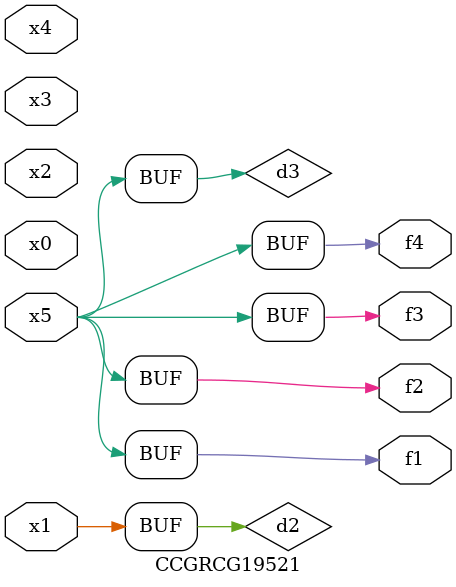
<source format=v>
module CCGRCG19521(
	input x0, x1, x2, x3, x4, x5,
	output f1, f2, f3, f4
);

	wire d1, d2, d3;

	not (d1, x5);
	or (d2, x1);
	xnor (d3, d1);
	assign f1 = d3;
	assign f2 = d3;
	assign f3 = d3;
	assign f4 = d3;
endmodule

</source>
